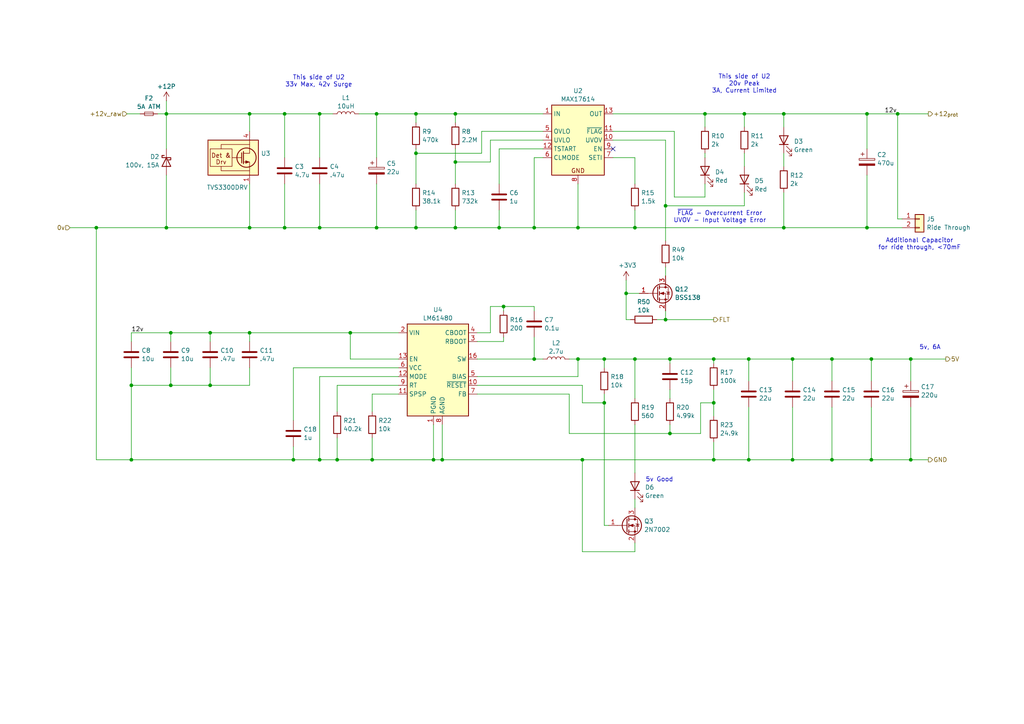
<source format=kicad_sch>
(kicad_sch (version 20231120) (generator "eeschema") (generator_version "8.0")
  (paper "A4")
  (title_block (title "PiDash HAT") (date "2024-04-06") (rev "A") (company "DMS"))
  (lib_symbols
    (symbol "Connector_Generic:Conn_01x02" (pin_names (offset 1.016) hide)
      (property "Reference" "J" (at 0 2.54 0))
      (property "Value" "Conn_01x02" (at 0 -5.08 0))
      (symbol "Conn_01x02_1_1"
        (rectangle (start -1.27 -2.413) (end 0 -2.667) (stroke (width 0.1524)))
        (rectangle (start -1.27 0.127) (end 0 -0.127) (stroke (width 0.1524)))
        (rectangle (start -1.27 1.27) (end 1.27 -3.81) (stroke (width 0.254)) (fill (type background)))
        (pin passive line (at -5.08 0 0) (length 3.81) (name "Pin_1") (number "1"))
        (pin passive line (at -5.08 -2.54 0) (length 3.81) (name "Pin_2") (number "2"))
      )
    )
    (symbol "Custom:LM61480"
      (property "Reference" "U" (at -7.62 8.89 0))
      (property "Value" "LM61480" (at 0 8.89 0))
      (symbol "LM61480_0_1"
        (rectangle (start -8.89 7.62) (end 8.89 -19.05) (stroke (width 0.254)) (fill (type background)))
      )
      (symbol "LM61480_1_0"
        (pin output line (at 11.43 -10.16 180) (length 2.54) (name "~{RESET}") (number "10"))
        (pin input line (at -11.43 -12.7 0) (length 2.54) (name "SPSP") (number "11"))
        (pin input line (at -11.43 -7.62 0) (length 2.54) (name "MODE") (number "12"))
        (pin input line (at -11.43 -2.54 0) (length 2.54) (name "EN") (number "13"))
        (pin power_in line (at -11.43 5.08 0) (length 2.54) hide (name "VIN") (number "14"))
        (pin power_in line (at -1.27 -21.59 90) (length 2.54) hide (name "PGND") (number "15"))
        (pin power_out line (at 11.43 -2.54 180) (length 2.54) (name "SW") (number "16"))
        (pin bidirectional line (at -11.43 -10.16 0) (length 2.54) (name "RT") (number "9"))
      )
      (symbol "LM61480_1_1"
        (pin power_in line (at -1.27 -21.59 90) (length 2.54) (name "PGND") (number "1"))
        (pin power_in line (at -11.43 5.08 0) (length 2.54) (name "VIN") (number "2"))
        (pin power_out line (at 11.43 2.54 180) (length 2.54) (name "RBOOT") (number "3"))
        (pin power_out line (at 11.43 5.08 180) (length 2.54) (name "CBOOT") (number "4"))
        (pin power_in line (at 11.43 -7.62 180) (length 2.54) (name "BIAS") (number "5"))
        (pin output line (at -11.43 -5.08 0) (length 2.54) (name "VCC") (number "6"))
        (pin input line (at 11.43 -12.7 180) (length 2.54) (name "FB") (number "7"))
        (pin power_out line (at 1.27 -21.59 90) (length 2.54) (name "AGND") (number "8"))
      )
    )
    (symbol "Custom:MAX17614"
      (property "Reference" "U" (at -6.985 11.43 0))
      (property "Value" "MAX17614" (at 2.794 11.684 0))
      (symbol "MAX17614_0_1"
        (rectangle (start -7.62 10.16) (end 7.62 -10.16) (stroke (width 0.254)) (fill (type background)))
      )
      (symbol "MAX17614_1_0"
        (pin power_in line (at -10.16 7.62 0) (length 2.54) hide (name "IN") (number "2"))
        (pin passive line (at 0 -12.7 90) (length 2.54) hide (name "EP") (number "21"))
        (pin power_in line (at -10.16 7.62 0) (length 2.54) hide (name "IN") (number "3"))
      )
      (symbol "MAX17614_1_1"
        (text "GND" (at 0 -8.89 0) (effects (font (size 1.27 1.27))))
        (pin power_in line (at -10.16 7.62 0) (length 2.54) (name "IN") (number "1"))
        (pin open_collector line (at 10.16 0 180) (length 2.54) (name "UVOV") (number "10"))
        (pin open_collector line (at 10.16 2.54 180) (length 2.54) (name "~{FLAG}") (number "11"))
        (pin passive line (at -10.16 -2.54 0) (length 2.54) (name "TSTART") (number "12"))
        (pin power_out line (at 10.16 7.62 180) (length 2.54) (name "OUT") (number "13"))
        (pin power_out line (at 10.16 7.62 180) (length 2.54) hide (name "OUT") (number "14"))
        (pin power_out line (at 10.16 7.62 180) (length 2.54) hide (name "OUT") (number "15"))
        (pin input line (at -10.16 0 0) (length 2.54) (name "UVLO") (number "4"))
        (pin input line (at -10.16 2.54 0) (length 2.54) (name "OVLO") (number "5"))
        (pin input line (at -10.16 -5.08 0) (length 2.54) (name "CLMODE") (number "6"))
        (pin passive line (at 10.16 -5.08 180) (length 2.54) (name "SETI") (number "7"))
        (pin power_in line (at 0 -12.7 90) (length 2.54) (name "~") (number "8"))
        (pin input line (at 10.16 -2.54 180) (length 2.54) (name "EN") (number "9"))
      )
    )
    (symbol "Device:C" (pin_numbers hide) (pin_names (offset 0.254))
      (property "Reference" "C" (at 0.635 2.54 0))
      (property "Value" "C" (at 0.635 -2.54 0))
      (symbol "C_0_1"
        (polyline (pts (xy -2.032 -0.762) (xy 2.032 -0.762)) (stroke (width 0.508)))
        (polyline (pts (xy -2.032 0.762) (xy 2.032 0.762)) (stroke (width 0.508)))
      )
      (symbol "C_1_1"
        (pin passive line (at 0 3.81 270) (length 2.794) (name "~") (number "1"))
        (pin passive line (at 0 -3.81 90) (length 2.794) (name "~") (number "2"))
      )
    )
    (symbol "Device:C_Polarized" (pin_numbers hide) (pin_names (offset 0.254))
      (property "Reference" "C" (at 0.635 2.54 0))
      (property "Value" "C_Polarized" (at 0.635 -2.54 0))
      (symbol "C_Polarized_0_1"
        (rectangle (start -2.286 0.508) (end 2.286 1.016))
        (polyline (pts (xy -1.778 2.286) (xy -0.762 2.286)))
        (polyline (pts (xy -1.27 2.794) (xy -1.27 1.778)))
        (rectangle (start 2.286 -0.508) (end -2.286 -1.016) (fill (type outline)))
      )
      (symbol "C_Polarized_1_1"
        (pin passive line (at 0 3.81 270) (length 2.794) (name "~") (number "1"))
        (pin passive line (at 0 -3.81 90) (length 2.794) (name "~") (number "2"))
      )
    )
    (symbol "Device:D_Schottky" (pin_numbers hide) (pin_names (offset 1.016) hide)
      (property "Reference" "D" (at 0 2.54 0))
      (property "Value" "D_Schottky" (at 0 -2.54 0))
      (symbol "D_Schottky_0_1"
        (polyline (pts (xy 1.27 0) (xy -1.27 0)))
        (polyline (pts (xy 1.27 1.27) (xy 1.27 -1.27) (xy -1.27 0) (xy 1.27 1.27)) (stroke (width 0.254)))
        (polyline (pts (xy -1.905 0.635) (xy -1.905 1.27) (xy -1.27 1.27) (xy -1.27 -1.27) (xy -0.635 -1.27) (xy -0.635 -0.635)) (stroke (width 0.254)))
      )
      (symbol "D_Schottky_1_1"
        (pin passive line (at -3.81 0 0) (length 2.54) (name "K") (number "1"))
        (pin passive line (at 3.81 0 180) (length 2.54) (name "A") (number "2"))
      )
    )
    (symbol "Device:Fuse_Small" (pin_numbers hide) (pin_names (offset 0.254) hide)
      (property "Reference" "F" (at 0 -1.524 0))
      (property "Value" "Fuse_Small" (at 0 1.524 0))
      (symbol "Fuse_Small_0_1"
        (rectangle (start -1.27 0.508) (end 1.27 -0.508))
        (polyline (pts (xy -1.27 0) (xy 1.27 0)))
      )
      (symbol "Fuse_Small_1_1"
        (pin passive line (at -2.54 0 0) (length 1.27) (name "~") (number "1"))
        (pin passive line (at 2.54 0 180) (length 1.27) (name "~") (number "2"))
      )
    )
    (symbol "Device:L" (pin_numbers hide) (pin_names (offset 1.016) hide)
      (property "Reference" "L" (at -1.27 0 90))
      (property "Value" "L" (at 1.905 0 90))
      (symbol "L_0_1"
        (arc (start 0 -2.54) (mid 0.6323 -1.905) (end 0 -1.27))
        (arc (start 0 -1.27) (mid 0.6323 -0.635) (end 0 0))
        (arc (start 0 0) (mid 0.6323 0.635) (end 0 1.27))
        (arc (start 0 1.27) (mid 0.6323 1.905) (end 0 2.54))
      )
      (symbol "L_1_1"
        (pin passive line (at 0 3.81 270) (length 1.27) (name "1") (number "1"))
        (pin passive line (at 0 -3.81 90) (length 1.27) (name "2") (number "2"))
      )
    )
    (symbol "Device:LED" (pin_numbers hide) (pin_names (offset 1.016) hide)
      (property "Reference" "D" (at 0 2.54 0))
      (property "Value" "LED" (at 0 -2.54 0))
      (symbol "LED_0_1"
        (polyline (pts (xy -1.27 -1.27) (xy -1.27 1.27)) (stroke (width 0.254)))
        (polyline (pts (xy -1.27 0) (xy 1.27 0)))
        (polyline (pts (xy 1.27 -1.27) (xy 1.27 1.27) (xy -1.27 0) (xy 1.27 -1.27)) (stroke (width 0.254)))
        (polyline (pts (xy -3.048 -0.762) (xy -4.572 -2.286) (xy -3.81 -2.286) (xy -4.572 -2.286) (xy -4.572 -1.524)))
        (polyline (pts (xy -1.778 -0.762) (xy -3.302 -2.286) (xy -2.54 -2.286) (xy -3.302 -2.286) (xy -3.302 -1.524)))
      )
      (symbol "LED_1_1"
        (pin passive line (at -3.81 0 0) (length 2.54) (name "K") (number "1"))
        (pin passive line (at 3.81 0 180) (length 2.54) (name "A") (number "2"))
      )
    )
    (symbol "Device:R" (pin_numbers hide) (pin_names (offset 0))
      (property "Reference" "R" (at 2.032 0 90))
      (property "Value" "R" (at 0 0 90))
      (symbol "R_0_1"
        (rectangle (start -1.016 -2.54) (end 1.016 2.54) (stroke (width 0.254)))
      )
      (symbol "R_1_1"
        (pin passive line (at 0 3.81 270) (length 1.27) (name "~") (number "1"))
        (pin passive line (at 0 -3.81 90) (length 1.27) (name "~") (number "2"))
      )
    )
    (symbol "Power_Protection:TVS3300DRV" (pin_names (offset 0) hide)
      (property "Reference" "U" (at 2.54 1.27 0))
      (property "Value" "TVS3300DRV" (at 2.54 -1.27 0))
      (symbol "TVS3300DRV_0_0"
        (rectangle (start -11.43 2.54) (end -5.08 -2.54))
        (polyline (pts (xy 0 1.27) (xy -1.778 1.27)))
        (polyline (pts (xy -8.255 -2.54) (xy -8.255 -3.81) (xy 0 -3.81)))
        (polyline (pts (xy -8.255 2.54) (xy -8.255 3.81) (xy 0 3.81)))
        (text "Det &" (at -8.255 0.635 0) (effects (font (size 1.27 1.27))))
        (text "Drv" (at -8.255 -1.27 0) (effects (font (size 1.27 1.27))))
      )
      (symbol "TVS3300DRV_0_1"
        (rectangle (start -12.065 5.08) (end 2.54 -5.08) (stroke (width 0.254)) (fill (type background)))
        (circle (center -0.889 0) (radius 2.794) (stroke (width 0.254)))
        (polyline (pts (xy -2.286 0) (xy -5.08 0)))
        (polyline (pts (xy -2.286 1.397) (xy -2.286 -1.524)) (stroke (width 0.254)))
        (polyline (pts (xy -1.778 1.778) (xy -1.778 -1.778)) (stroke (width 0.254)))
        (polyline (pts (xy 0 -2.54) (xy 0 -5.08)))
        (polyline (pts (xy 0 2.54) (xy 0 1.27)))
        (polyline (pts (xy 0 5.08) (xy 0 2.54)))
        (polyline (pts (xy 0 -2.54) (xy 0 -1.27) (xy -1.778 -1.27)))
        (polyline (pts (xy -0.127 -1.27) (xy -1.143 -1.651) (xy -1.143 -0.889) (xy -0.127 -1.27)) (fill (type outline)))
      )
      (symbol "TVS3300DRV_1_1"
        (pin power_in line (at 0 -7.62 90) (length 2.54) (name "GND") (number "1"))
        (pin passive line (at 0 -7.62 90) (length 2.54) hide (name "GND") (number "2"))
        (pin passive line (at 0 -7.62 90) (length 2.54) hide (name "GND") (number "3"))
        (pin passive line (at 0 7.62 270) (length 2.54) (name "IN") (number "4"))
        (pin passive line (at 0 7.62 270) (length 2.54) hide (name "IN") (number "5"))
        (pin passive line (at 0 7.62 270) (length 2.54) hide (name "IN") (number "6"))
        (pin passive line (at 0 -7.62 90) (length 2.54) hide (name "GND") (number "7"))
      )
    )
    (symbol "Transistor_FET:2N7002" (pin_names hide)
      (property "Reference" "Q" (at 5.08 1.905 0))
      (property "Value" "2N7002" (at 5.08 0 0))
      (symbol "2N7002_0_1"
        (polyline (pts (xy 0.254 0) (xy -2.54 0)))
        (polyline (pts (xy 0.254 1.905) (xy 0.254 -1.905)) (stroke (width 0.254)))
        (polyline (pts (xy 0.762 -1.27) (xy 0.762 -2.286)) (stroke (width 0.254)))
        (polyline (pts (xy 0.762 0.508) (xy 0.762 -0.508)) (stroke (width 0.254)))
        (polyline (pts (xy 0.762 2.286) (xy 0.762 1.27)) (stroke (width 0.254)))
        (polyline (pts (xy 2.54 2.54) (xy 2.54 1.778)))
        (polyline (pts (xy 2.54 -2.54) (xy 2.54 0) (xy 0.762 0)))
        (polyline (pts (xy 0.762 -1.778) (xy 3.302 -1.778) (xy 3.302 1.778) (xy 0.762 1.778)))
        (polyline (pts (xy 1.016 0) (xy 2.032 0.381) (xy 2.032 -0.381) (xy 1.016 0)) (fill (type outline)))
        (polyline (pts (xy 2.794 0.508) (xy 2.921 0.381) (xy 3.683 0.381) (xy 3.81 0.254)))
        (polyline (pts (xy 3.302 0.381) (xy 2.921 -0.254) (xy 3.683 -0.254) (xy 3.302 0.381)))
        (circle (center 1.651 0) (radius 2.794) (stroke (width 0.254)))
        (circle (center 2.54 -1.778) (radius 0.254) (fill (type outline)))
        (circle (center 2.54 1.778) (radius 0.254) (fill (type outline)))
      )
      (symbol "2N7002_1_1"
        (pin input line (at -5.08 0 0) (length 2.54) (name "G") (number "1"))
        (pin passive line (at 2.54 -5.08 90) (length 2.54) (name "S") (number "2"))
        (pin passive line (at 2.54 5.08 270) (length 2.54) (name "D") (number "3"))
      )
    )
    (symbol "Transistor_FET:BSS138" (pin_names hide)
      (property "Reference" "Q" (at 5.08 1.905 0))
      (property "Value" "BSS138" (at 5.08 0 0))
      (symbol "BSS138_0_1"
        (polyline (pts (xy 0.254 0) (xy -2.54 0)))
        (polyline (pts (xy 0.254 1.905) (xy 0.254 -1.905)) (stroke (width 0.254)))
        (polyline (pts (xy 0.762 -1.27) (xy 0.762 -2.286)) (stroke (width 0.254)))
        (polyline (pts (xy 0.762 0.508) (xy 0.762 -0.508)) (stroke (width 0.254)))
        (polyline (pts (xy 0.762 2.286) (xy 0.762 1.27)) (stroke (width 0.254)))
        (polyline (pts (xy 2.54 2.54) (xy 2.54 1.778)))
        (polyline (pts (xy 2.54 -2.54) (xy 2.54 0) (xy 0.762 0)))
        (polyline (pts (xy 0.762 -1.778) (xy 3.302 -1.778) (xy 3.302 1.778) (xy 0.762 1.778)))
        (polyline (pts (xy 1.016 0) (xy 2.032 0.381) (xy 2.032 -0.381) (xy 1.016 0)) (fill (type outline)))
        (polyline (pts (xy 2.794 0.508) (xy 2.921 0.381) (xy 3.683 0.381) (xy 3.81 0.254)))
        (polyline (pts (xy 3.302 0.381) (xy 2.921 -0.254) (xy 3.683 -0.254) (xy 3.302 0.381)))
        (circle (center 1.651 0) (radius 2.794) (stroke (width 0.254)))
        (circle (center 2.54 -1.778) (radius 0.254) (fill (type outline)))
        (circle (center 2.54 1.778) (radius 0.254) (fill (type outline)))
      )
      (symbol "BSS138_1_1"
        (pin input line (at -5.08 0 0) (length 2.54) (name "G") (number "1"))
        (pin passive line (at 2.54 -5.08 90) (length 2.54) (name "S") (number "2"))
        (pin passive line (at 2.54 5.08 270) (length 2.54) (name "D") (number "3"))
      )
    )
    (symbol "power:+12P" (power) (pin_numbers hide) (pin_names (offset 0) hide)
      (property "Value" "+12P" (at 0 3.556 0))
      (symbol "+12P_0_1"
        (polyline (pts (xy -0.762 1.27) (xy 0 2.54)))
        (polyline (pts (xy 0 0) (xy 0 2.54)))
        (polyline (pts (xy 0 2.54) (xy 0.762 1.27)))
      )
      (symbol "+12P_1_1"
        (pin power_in line (at 0 0 90) (length 0) (name "~") (number "1"))
      )
    )
    (symbol "power:+3.3V" (power) (pin_numbers hide) (pin_names (offset 0) hide)
      (property "Value" "+3.3V" (at 0 3.556 0))
      (symbol "+3.3V_0_1"
        (polyline (pts (xy -0.762 1.27) (xy 0 2.54)))
        (polyline (pts (xy 0 0) (xy 0 2.54)))
        (polyline (pts (xy 0 2.54) (xy 0.762 1.27)))
      )
      (symbol "+3.3V_1_1"
        (pin power_in line (at 0 0 90) (length 0) (name "~") (number "1"))
      )
    )
  )
  (junction (at 207.01 116.84))
  (junction (at 184.15 104.14))
  (junction (at 204.47 33.02))
  (junction (at 207.01 104.14))
  (junction (at 132.08 66.04))
  (junction (at 128.27 133.35))
  (junction (at 184.15 66.04))
  (junction (at 264.16 133.35))
  (junction (at 167.64 104.14))
  (junction (at 82.55 33.02))
  (junction (at 146.05 88.9))
  (junction (at 175.26 104.14))
  (junction (at 85.09 133.35))
  (junction (at 260.35 33.02))
  (junction (at 107.95 133.35))
  (junction (at 72.39 33.02))
  (junction (at 217.17 133.35))
  (junction (at 241.3 133.35))
  (junction (at 109.22 66.04))
  (junction (at 252.73 133.35))
  (junction (at 251.46 66.04))
  (junction (at 60.96 96.52))
  (junction (at 82.55 66.04))
  (junction (at 109.22 33.02))
  (junction (at 92.71 133.35))
  (junction (at 101.6 96.52))
  (junction (at 193.04 59.69))
  (junction (at 193.04 92.71))
  (junction (at 120.65 66.04))
  (junction (at 120.65 44.45))
  (junction (at 252.73 104.14))
  (junction (at 120.65 33.02))
  (junction (at 48.26 33.02))
  (junction (at 181.61 85.09))
  (junction (at 154.94 66.04))
  (junction (at 144.78 66.04))
  (junction (at 251.46 33.02))
  (junction (at 27.94 66.04))
  (junction (at 38.1 133.35))
  (junction (at 167.64 66.04))
  (junction (at 72.39 66.04))
  (junction (at 49.53 111.76))
  (junction (at 217.17 104.14))
  (junction (at 48.26 66.04))
  (junction (at 60.96 111.76))
  (junction (at 194.31 104.14))
  (junction (at 97.79 133.35))
  (junction (at 207.01 133.35))
  (junction (at 72.39 96.52))
  (junction (at 132.08 33.02))
  (junction (at 227.33 33.02))
  (junction (at 227.33 66.04))
  (junction (at 38.1 111.76))
  (junction (at 229.87 104.14))
  (junction (at 125.73 133.35))
  (junction (at 154.94 104.14))
  (junction (at 92.71 66.04))
  (junction (at 215.9 33.02))
  (junction (at 241.3 104.14))
  (junction (at 92.71 33.02))
  (junction (at 229.87 133.35))
  (junction (at 175.26 116.84))
  (junction (at 49.53 96.52))
  (junction (at 168.91 133.35))
  (junction (at 264.16 104.14))
  (junction (at 194.31 125.73))
  (junction (at 132.08 46.99))
  (no_connect (at 177.8 43.18))
  (wire (pts (xy 38.1 96.52) (xy 38.1 99.06)))
  (wire (pts (xy 154.94 104.14) (xy 154.94 97.79)))
  (wire (pts (xy 138.43 111.76) (xy 168.91 111.76)))
  (wire (pts (xy 194.31 113.03) (xy 194.31 115.57)))
  (wire (pts (xy 177.8 45.72) (xy 184.15 45.72)))
  (wire (pts (xy 107.95 127) (xy 107.95 133.35)))
  (wire (pts (xy 72.39 111.76) (xy 60.96 111.76)))
  (wire (pts (xy 48.26 66.04) (xy 72.39 66.04)))
  (wire (pts (xy 154.94 45.72) (xy 154.94 66.04)))
  (wire (pts (xy 229.87 133.35) (xy 241.3 133.35)))
  (wire (pts (xy 204.47 53.34) (xy 204.47 57.15)))
  (wire (pts (xy 181.61 81.28) (xy 181.61 85.09)))
  (wire (pts (xy 109.22 66.04) (xy 120.65 66.04)))
  (wire (pts (xy 260.35 33.02) (xy 251.46 33.02)))
  (wire (pts (xy 138.43 109.22) (xy 167.64 109.22)))
  (wire (pts (xy 167.64 104.14) (xy 175.26 104.14)))
  (wire (pts (xy 60.96 106.68) (xy 60.96 111.76)))
  (wire (pts (xy 182.88 92.71) (xy 181.61 92.71)))
  (wire (pts (xy 72.39 106.68) (xy 72.39 111.76)))
  (wire (pts (xy 38.1 106.68) (xy 38.1 111.76)))
  (wire (pts (xy 139.7 38.1) (xy 157.48 38.1)))
  (wire (pts (xy 72.39 33.02) (xy 82.55 33.02)))
  (wire (pts (xy 92.71 66.04) (xy 109.22 66.04)))
  (wire (pts (xy 241.3 118.11) (xy 241.3 133.35)))
  (wire (pts (xy 181.61 85.09) (xy 185.42 85.09)))
  (wire (pts (xy 204.47 44.45) (xy 204.47 45.72)))
  (wire (pts (xy 38.1 133.35) (xy 27.94 133.35)))
  (wire (pts (xy 146.05 88.9) (xy 154.94 88.9)))
  (wire (pts (xy 144.78 60.96) (xy 144.78 66.04)))
  (wire (pts (xy 241.3 110.49) (xy 241.3 104.14)))
  (wire (pts (xy 125.73 123.19) (xy 125.73 133.35)))
  (wire (pts (xy 132.08 46.99) (xy 132.08 53.34)))
  (wire (pts (xy 142.24 40.64) (xy 157.48 40.64)))
  (wire (pts (xy 154.94 88.9) (xy 154.94 90.17)))
  (wire (pts (xy 154.94 104.14) (xy 157.48 104.14)))
  (wire (pts (xy 184.15 104.14) (xy 194.31 104.14)))
  (wire (pts (xy 36.83 33.02) (xy 40.64 33.02)))
  (wire (pts (xy 204.47 33.02) (xy 215.9 33.02)))
  (wire (pts (xy 229.87 133.35) (xy 217.17 133.35)))
  (wire (pts (xy 204.47 57.15) (xy 195.58 57.15)))
  (wire (pts (xy 38.1 133.35) (xy 85.09 133.35)))
  (wire (pts (xy 48.26 50.8) (xy 48.26 66.04)))
  (wire (pts (xy 241.3 133.35) (xy 252.73 133.35)))
  (wire (pts (xy 251.46 50.8) (xy 251.46 66.04)))
  (wire (pts (xy 252.73 118.11) (xy 252.73 133.35)))
  (wire (pts (xy 194.31 104.14) (xy 207.01 104.14)))
  (wire (pts (xy 264.16 104.14) (xy 274.32 104.14)))
  (wire (pts (xy 92.71 66.04) (xy 82.55 66.04)))
  (wire (pts (xy 175.26 104.14) (xy 175.26 106.68)))
  (wire (pts (xy 132.08 33.02) (xy 132.08 35.56)))
  (wire (pts (xy 157.48 45.72) (xy 154.94 45.72)))
  (wire (pts (xy 138.43 104.14) (xy 154.94 104.14)))
  (wire (pts (xy 193.04 59.69) (xy 215.9 59.69)))
  (wire (pts (xy 207.01 133.35) (xy 217.17 133.35)))
  (wire (pts (xy 195.58 38.1) (xy 177.8 38.1)))
  (wire (pts (xy 109.22 53.34) (xy 109.22 66.04)))
  (wire (pts (xy 175.26 104.14) (xy 184.15 104.14)))
  (wire (pts (xy 190.5 92.71) (xy 193.04 92.71)))
  (wire (pts (xy 154.94 66.04) (xy 167.64 66.04)))
  (wire (pts (xy 215.9 44.45) (xy 215.9 48.26)))
  (wire (pts (xy 101.6 104.14) (xy 101.6 96.52)))
  (wire (pts (xy 115.57 96.52) (xy 101.6 96.52)))
  (wire (pts (xy 27.94 133.35) (xy 27.94 66.04)))
  (wire (pts (xy 227.33 44.45) (xy 227.33 48.26)))
  (wire (pts (xy 207.01 116.84) (xy 203.2 116.84)))
  (wire (pts (xy 167.64 109.22) (xy 167.64 104.14)))
  (wire (pts (xy 109.22 33.02) (xy 120.65 33.02)))
  (wire (pts (xy 217.17 104.14) (xy 217.17 110.49)))
  (wire (pts (xy 227.33 33.02) (xy 227.33 36.83)))
  (wire (pts (xy 204.47 33.02) (xy 204.47 36.83)))
  (wire (pts (xy 194.31 125.73) (xy 165.1 125.73)))
  (wire (pts (xy 92.71 109.22) (xy 92.71 133.35)))
  (wire (pts (xy 184.15 157.48) (xy 184.15 160.02)))
  (wire (pts (xy 165.1 125.73) (xy 165.1 114.3)))
  (wire (pts (xy 184.15 160.02) (xy 168.91 160.02)))
  (wire (pts (xy 252.73 133.35) (xy 264.16 133.35)))
  (wire (pts (xy 165.1 104.14) (xy 167.64 104.14)))
  (wire (pts (xy 181.61 85.09) (xy 181.61 92.71)))
  (wire (pts (xy 92.71 33.02) (xy 92.71 45.72)))
  (wire (pts (xy 217.17 133.35) (xy 217.17 118.11)))
  (wire (pts (xy 49.53 111.76) (xy 38.1 111.76)))
  (wire (pts (xy 101.6 96.52) (xy 72.39 96.52)))
  (wire (pts (xy 120.65 66.04) (xy 132.08 66.04)))
  (wire (pts (xy 175.26 116.84) (xy 175.26 114.3)))
  (wire (pts (xy 85.09 106.68) (xy 115.57 106.68)))
  (wire (pts (xy 115.57 104.14) (xy 101.6 104.14)))
  (wire (pts (xy 104.14 33.02) (xy 109.22 33.02)))
  (wire (pts (xy 97.79 111.76) (xy 97.79 119.38)))
  (wire (pts (xy 252.73 104.14) (xy 264.16 104.14)))
  (wire (pts (xy 97.79 127) (xy 97.79 133.35)))
  (wire (pts (xy 177.8 40.64) (xy 193.04 40.64)))
  (wire (pts (xy 229.87 118.11) (xy 229.87 133.35)))
  (wire (pts (xy 82.55 53.34) (xy 82.55 66.04)))
  (wire (pts (xy 60.96 96.52) (xy 49.53 96.52)))
  (wire (pts (xy 49.53 96.52) (xy 38.1 96.52)))
  (wire (pts (xy 261.62 63.5) (xy 260.35 63.5)))
  (wire (pts (xy 264.16 118.11) (xy 264.16 133.35)))
  (wire (pts (xy 132.08 60.96) (xy 132.08 66.04)))
  (wire (pts (xy 142.24 96.52) (xy 142.24 88.9)))
  (wire (pts (xy 142.24 40.64) (xy 142.24 46.99)))
  (wire (pts (xy 120.65 43.18) (xy 120.65 44.45)))
  (wire (pts (xy 38.1 111.76) (xy 38.1 133.35)))
  (wire (pts (xy 109.22 33.02) (xy 109.22 45.72)))
  (wire (pts (xy 168.91 116.84) (xy 175.26 116.84)))
  (wire (pts (xy 260.35 63.5) (xy 260.35 33.02)))
  (wire (pts (xy 207.01 128.27) (xy 207.01 133.35)))
  (wire (pts (xy 82.55 33.02) (xy 82.55 45.72)))
  (wire (pts (xy 48.26 33.02) (xy 48.26 43.18)))
  (wire (pts (xy 193.04 92.71) (xy 207.01 92.71)))
  (wire (pts (xy 264.16 110.49) (xy 264.16 104.14)))
  (wire (pts (xy 92.71 53.34) (xy 92.71 66.04)))
  (wire (pts (xy 97.79 133.35) (xy 107.95 133.35)))
  (wire (pts (xy 92.71 33.02) (xy 96.52 33.02)))
  (wire (pts (xy 85.09 106.68) (xy 85.09 121.92)))
  (wire (pts (xy 251.46 43.18) (xy 251.46 33.02)))
  (wire (pts (xy 264.16 133.35) (xy 269.24 133.35)))
  (wire (pts (xy 193.04 92.71) (xy 193.04 90.17)))
  (wire (pts (xy 203.2 125.73) (xy 194.31 125.73)))
  (wire (pts (xy 146.05 99.06) (xy 146.05 97.79)))
  (wire (pts (xy 60.96 111.76) (xy 49.53 111.76)))
  (wire (pts (xy 215.9 33.02) (xy 227.33 33.02)))
  (wire (pts (xy 128.27 123.19) (xy 128.27 133.35)))
  (wire (pts (xy 132.08 43.18) (xy 132.08 46.99)))
  (wire (pts (xy 207.01 116.84) (xy 207.01 120.65)))
  (wire (pts (xy 194.31 123.19) (xy 194.31 125.73)))
  (wire (pts (xy 229.87 104.14) (xy 241.3 104.14)))
  (wire (pts (xy 184.15 144.78) (xy 184.15 147.32)))
  (wire (pts (xy 144.78 43.18) (xy 157.48 43.18)))
  (wire (pts (xy 132.08 33.02) (xy 157.48 33.02)))
  (wire (pts (xy 132.08 66.04) (xy 144.78 66.04)))
  (wire (pts (xy 229.87 110.49) (xy 229.87 104.14)))
  (wire (pts (xy 184.15 104.14) (xy 184.15 115.57)))
  (wire (pts (xy 120.65 33.02) (xy 132.08 33.02)))
  (wire (pts (xy 49.53 96.52) (xy 49.53 99.06)))
  (wire (pts (xy 251.46 66.04) (xy 261.62 66.04)))
  (wire (pts (xy 139.7 38.1) (xy 139.7 44.45)))
  (wire (pts (xy 120.65 33.02) (xy 120.65 35.56)))
  (wire (pts (xy 27.94 66.04) (xy 48.26 66.04)))
  (wire (pts (xy 260.35 33.02) (xy 269.24 33.02)))
  (wire (pts (xy 168.91 160.02) (xy 168.91 133.35)))
  (wire (pts (xy 207.01 104.14) (xy 207.01 105.41)))
  (wire (pts (xy 184.15 123.19) (xy 184.15 137.16)))
  (wire (pts (xy 193.04 59.69) (xy 193.04 69.85)))
  (wire (pts (xy 72.39 96.52) (xy 60.96 96.52)))
  (wire (pts (xy 139.7 44.45) (xy 120.65 44.45)))
  (wire (pts (xy 115.57 111.76) (xy 97.79 111.76)))
  (wire (pts (xy 138.43 96.52) (xy 142.24 96.52)))
  (wire (pts (xy 20.32 66.04) (xy 27.94 66.04)))
  (wire (pts (xy 72.39 96.52) (xy 72.39 99.06)))
  (wire (pts (xy 120.65 60.96) (xy 120.65 66.04)))
  (wire (pts (xy 85.09 129.54) (xy 85.09 133.35)))
  (wire (pts (xy 227.33 55.88) (xy 227.33 66.04)))
  (wire (pts (xy 193.04 40.64) (xy 193.04 59.69)))
  (wire (pts (xy 49.53 106.68) (xy 49.53 111.76)))
  (wire (pts (xy 215.9 55.88) (xy 215.9 59.69)))
  (wire (pts (xy 168.91 133.35) (xy 207.01 133.35)))
  (wire (pts (xy 194.31 104.14) (xy 194.31 105.41)))
  (wire (pts (xy 227.33 66.04) (xy 251.46 66.04)))
  (wire (pts (xy 107.95 114.3) (xy 107.95 119.38)))
  (wire (pts (xy 144.78 43.18) (xy 144.78 53.34)))
  (wire (pts (xy 92.71 33.02) (xy 82.55 33.02)))
  (wire (pts (xy 128.27 133.35) (xy 168.91 133.35)))
  (wire (pts (xy 168.91 111.76) (xy 168.91 116.84)))
  (wire (pts (xy 195.58 57.15) (xy 195.58 38.1)))
  (wire (pts (xy 48.26 29.21) (xy 48.26 33.02)))
  (wire (pts (xy 229.87 104.14) (xy 217.17 104.14)))
  (wire (pts (xy 227.33 33.02) (xy 251.46 33.02)))
  (wire (pts (xy 207.01 104.14) (xy 217.17 104.14)))
  (wire (pts (xy 207.01 113.03) (xy 207.01 116.84)))
  (wire (pts (xy 241.3 104.14) (xy 252.73 104.14)))
  (wire (pts (xy 72.39 66.04) (xy 82.55 66.04)))
  (wire (pts (xy 177.8 33.02) (xy 204.47 33.02)))
  (wire (pts (xy 85.09 133.35) (xy 92.71 133.35)))
  (wire (pts (xy 48.26 33.02) (xy 72.39 33.02)))
  (wire (pts (xy 92.71 109.22) (xy 115.57 109.22)))
  (wire (pts (xy 72.39 33.02) (xy 72.39 38.1)))
  (wire (pts (xy 184.15 66.04) (xy 184.15 60.96)))
  (wire (pts (xy 138.43 99.06) (xy 146.05 99.06)))
  (wire (pts (xy 215.9 33.02) (xy 215.9 36.83)))
  (wire (pts (xy 193.04 77.47) (xy 193.04 80.01)))
  (wire (pts (xy 167.64 66.04) (xy 184.15 66.04)))
  (wire (pts (xy 72.39 53.34) (xy 72.39 66.04)))
  (wire (pts (xy 120.65 44.45) (xy 120.65 53.34)))
  (wire (pts (xy 175.26 152.4) (xy 176.53 152.4)))
  (wire (pts (xy 203.2 116.84) (xy 203.2 125.73)))
  (wire (pts (xy 144.78 66.04) (xy 154.94 66.04)))
  (wire (pts (xy 146.05 88.9) (xy 146.05 90.17)))
  (wire (pts (xy 165.1 114.3) (xy 138.43 114.3)))
  (wire (pts (xy 175.26 116.84) (xy 175.26 152.4)))
  (wire (pts (xy 92.71 133.35) (xy 97.79 133.35)))
  (wire (pts (xy 125.73 133.35) (xy 128.27 133.35)))
  (wire (pts (xy 45.72 33.02) (xy 48.26 33.02)))
  (wire (pts (xy 167.64 53.34) (xy 167.64 66.04)))
  (wire (pts (xy 184.15 45.72) (xy 184.15 53.34)))
  (wire (pts (xy 252.73 110.49) (xy 252.73 104.14)))
  (wire (pts (xy 142.24 88.9) (xy 146.05 88.9)))
  (wire (pts (xy 60.96 96.52) (xy 60.96 99.06)))
  (wire (pts (xy 115.57 114.3) (xy 107.95 114.3)))
  (wire (pts (xy 184.15 66.04) (xy 227.33 66.04)))
  (wire (pts (xy 107.95 133.35) (xy 125.73 133.35)))
  (wire (pts (xy 142.24 46.99) (xy 132.08 46.99)))
  (text "This side of U2\n33v Max, 42v Surge" (at 92.456 23.622 0) (effects (font (size 1.27 1.27))))
  (text "5v, 6A" (at 269.748 100.838 0) (effects (font (size 1.27 1.27))))
  (text "Additional Capacitor\nfor ride through, <70mF" (at 266.7 70.866 0) (effects (font (size 1.27 1.27))))
  (text "This side of U2\n20v Peak\n3A, Current Limited" (at 215.9 24.384 0) (effects (font (size 1.27 1.27))))
  (text "~{FLAG} - Overcurrent Error\nUVOV - Input Voltage Error" (at 208.788 62.992 0) (effects (font (size 1.27 1.27))))
  (text "5v Good" (at 191.262 139.192 0) (effects (font (size 1.27 1.27))))
  (label "12v" (at 256.54 33.02 0))
  (label "12v" (at 38.1 96.52 0))
  (hierarchical_label "GND" (shape output) (at 269.24 133.35 0))
  (hierarchical_label "FLT" (shape output) (at 207.01 92.71 0))
  (hierarchical_label "+12v_raw" (shape input) (at 36.83 33.02 180))
  (hierarchical_label "0v" (shape input) (at 20.32 66.04 180))
  (hierarchical_label "+12_{prot}" (shape output) (at 269.24 33.02 0))
  (hierarchical_label "5V" (shape output) (at 274.32 104.14 0))
  (symbol (lib_id "Device:R") (at 120.65 57.15 0) (unit 1)
    (property "Reference" "R14" (at 122.428 55.9378 0) (effects (justify left)))
    (property "Value" "38.1k" (at 122.428 58.3621 0) (effects (justify left)))
    (property "Footprint" "Resistor_SMD:R_0603_1608Metric" (effects (hide yes)))
    (property "Description" "Resistor" (effects (hide yes)))
  )
  (symbol (lib_id "Device:C_Polarized") (at 251.46 46.99 0) (unit 1)
    (property "Reference" "C2" (at 254.381 44.8888 0) (effects (justify left)))
    (property "Value" "470u" (at 254.381 47.3131 0) (effects (justify left)))
    (property "Footprint" "Capacitor_THT:CP_Radial_D8.0mm_P3.50mm" (effects (hide yes)))
    (property "Description" "Polarized capacitor" (effects (hide yes)))
    (property "Mfg Part Number" "EEU-FR1C471" (effects (hide yes)))
  )
  (symbol (lib_id "Device:LED") (at 215.9 52.07 90) (unit 1)
    (property "Reference" "D5" (at 218.821 52.4453 90) (effects (justify right)))
    (property "Value" "Red" (at 218.821 54.8696 90) (effects (justify right)))
    (property "Footprint" "LED_SMD:LED_0603_1608Metric" (effects (hide yes)))
    (property "Description" "Light emitting diode" (effects (hide yes)))
    (property "Mfg Part Number" " HSMS-C190" (effects (hide yes)))
  )
  (symbol (lib_id "Connector_Generic:Conn_01x02") (at 266.7 63.5 0) (unit 1)
    (property "Reference" "J5" (at 268.732 63.5578 0) (effects (justify left)))
    (property "Value" "Ride Through" (at 268.732 65.9821 0) (effects (justify left)))
    (property "Footprint" "Connector_JST:JST_PH_B2B-PH-K_1x02_P2.00mm_Vertical" (effects (hide yes)))
    (property "Description" "Generic connector, single row, 01x02, script generated (kicad-library-utils/schlib/autogen/connector/)" (effects (hide yes)))
    (property "Mfg Part Number" "--" (effects (hide yes)))
  )
  (symbol (lib_id "power:+3.3V") (at 181.61 81.28 0) (unit 1)
    (property "Reference" "#PWR061" (effects (hide yes)))
    (property "Value" "+3V3" (at 181.9783 76.9556 0))
  )
  (symbol (lib_id "Device:LED") (at 184.15 140.97 90) (unit 1)
    (property "Reference" "D6" (at 187.071 141.3453 90) (effects (justify right)))
    (property "Value" "Green" (at 187.071 143.7696 90) (effects (justify right)))
    (property "Footprint" "LED_SMD:LED_0603_1608Metric" (effects (hide yes)))
    (property "Description" "Light emitting diode" (effects (hide yes)))
    (property "Mfg Part Number" " HSMG-C190" (effects (hide yes)))
  )
  (symbol (lib_id "Device:R") (at 175.26 110.49 0) (unit 1)
    (property "Reference" "R18" (at 177.038 109.2778 0) (effects (justify left)))
    (property "Value" "10k" (at 177.038 111.7021 0) (effects (justify left)))
    (property "Footprint" "Resistor_SMD:R_0603_1608Metric" (effects (hide yes)))
    (property "Description" "Resistor" (effects (hide yes)))
  )
  (symbol (lib_id "Device:R") (at 215.9 40.64 0) (unit 1)
    (property "Reference" "R11" (at 217.678 39.4278 0) (effects (justify left)))
    (property "Value" "2k" (at 217.678 41.8521 0) (effects (justify left)))
    (property "Footprint" "Resistor_SMD:R_0603_1608Metric" (effects (hide yes)))
    (property "Description" "Resistor" (effects (hide yes)))
  )
  (symbol (lib_id "Device:C") (at 144.78 57.15 0) (unit 1)
    (property "Reference" "C6" (at 147.701 55.9378 0) (effects (justify left)))
    (property "Value" "1u" (at 147.701 58.3621 0) (effects (justify left)))
    (property "Footprint" "Capacitor_SMD:C_0603_1608Metric" (effects (hide yes)))
    (property "Description" "Unpolarized capacitor" (effects (hide yes)))
    (property "Mfg Part Number" "06035C104K4Z2A" (effects (hide yes)))
  )
  (symbol (lib_id "Device:R") (at 132.08 57.15 0) (unit 1)
    (property "Reference" "R13" (at 133.858 55.9378 0) (effects (justify left)))
    (property "Value" "732k" (at 133.858 58.3621 0) (effects (justify left)))
    (property "Footprint" "Resistor_SMD:R_0603_1608Metric" (effects (hide yes)))
    (property "Description" "Resistor" (effects (hide yes)))
  )
  (symbol (lib_id "Device:Fuse_Small") (at 43.18 33.02 0) (unit 1)
    (property "Reference" "F2" (at 43.18 28.4945 0))
    (property "Value" "5A ATM" (at 43.18 30.9188 0))
    (property "Footprint" "Fuse:Fuseholder_Blade_Mini_Keystone_3568" (effects (hide yes)))
    (property "Description" "Fuse, small symbol" (effects (hide yes)))
    (property "Mfg Part Number" "3568" (effects (hide yes)))
  )
  (symbol (lib_id "Device:C") (at 217.17 114.3 0) (unit 1)
    (property "Reference" "C13" (at 220.091 113.0878 0) (effects (justify left)))
    (property "Value" "22u" (at 220.091 115.5121 0) (effects (justify left)))
    (property "Footprint" "Capacitor_SMD:C_1210_3225Metric" (effects (hide yes)))
    (property "Description" "Unpolarized capacitor" (effects (hide yes)))
    (property "Mfg Part Number" "CGA6P3X7R1E226M250AE" (effects (hide yes)))
  )
  (symbol (lib_id "Device:R") (at 207.01 124.46 0) (unit 1)
    (property "Reference" "R23" (at 208.788 123.2478 0) (effects (justify left)))
    (property "Value" "24.9k" (at 208.788 125.6721 0) (effects (justify left)))
    (property "Footprint" "Resistor_SMD:R_0603_1608Metric" (effects (hide yes)))
    (property "Description" "Resistor" (effects (hide yes)))
  )
  (symbol (lib_id "Transistor_FET:BSS138") (at 190.5 85.09 0) (unit 1)
    (property "Reference" "Q12" (at 195.707 83.8778 0) (effects (justify left)))
    (property "Value" "BSS138" (at 195.707 86.3021 0) (effects (justify left)))
    (property "Footprint" "Package_TO_SOT_SMD:SOT-23" (effects (hide yes)))
    (property "Datasheet" "https://www.onsemi.com/pub/Collateral/NDS7002A-D.PDF" (effects (hide yes)))
    (property "Description" "50V Vds, 0.22A Id, N-Channel MOSFET, SOT-23" (effects (hide yes)))
    (property "Mfg Part Number" "BSS138" (effects (hide yes)))
  )
  (symbol (lib_id "Device:R") (at 107.95 123.19 0) (unit 1)
    (property "Reference" "R22" (at 109.728 121.9778 0) (effects (justify left)))
    (property "Value" "10k" (at 109.728 124.4021 0) (effects (justify left)))
    (property "Footprint" "Resistor_SMD:R_0603_1608Metric" (effects (hide yes)))
    (property "Description" "Resistor" (effects (hide yes)))
  )
  (symbol (lib_id "Device:R") (at 132.08 39.37 0) (unit 1)
    (property "Reference" "R8" (at 133.858 38.1578 0) (effects (justify left)))
    (property "Value" "2.2M" (at 133.858 40.5821 0) (effects (justify left)))
    (property "Footprint" "Resistor_SMD:R_0603_1608Metric" (effects (hide yes)))
    (property "Description" "Resistor" (effects (hide yes)))
  )
  (symbol (lib_id "Transistor_FET:2N7002") (at 181.61 152.4 0) (unit 1)
    (property "Reference" "Q3" (at 186.817 151.1878 0) (effects (justify left)))
    (property "Value" "2N7002" (at 186.817 153.6121 0) (effects (justify left)))
    (property "Footprint" "Package_TO_SOT_SMD:SOT-23" (effects (hide yes)))
    (property "Datasheet" "https://www.onsemi.com/pub/Collateral/NDS7002A-D.PDF" (effects (hide yes)))
    (property "Description" "0.115A Id, 60V Vds, N-Channel MOSFET, SOT-23" (effects (hide yes)))
    (property "Mfg Part Number" "2N7002" (effects (hide yes)))
  )
  (symbol (lib_id "Device:C") (at 85.09 125.73 0) (unit 1)
    (property "Reference" "C18" (at 88.011 124.5178 0) (effects (justify left)))
    (property "Value" "1u" (at 88.011 126.9421 0) (effects (justify left)))
    (property "Footprint" "Capacitor_SMD:C_0603_1608Metric" (effects (hide yes)))
    (property "Description" "Unpolarized capacitor" (effects (hide yes)))
    (property "Mfg Part Number" "MSAST168SB7105KTNA01" (effects (hide yes)))
  )
  (symbol (lib_id "Device:C") (at 241.3 114.3 0) (unit 1)
    (property "Reference" "C15" (at 244.221 113.0878 0) (effects (justify left)))
    (property "Value" "22u" (at 244.221 115.5121 0) (effects (justify left)))
    (property "Footprint" "Capacitor_SMD:C_1210_3225Metric" (effects (hide yes)))
    (property "Description" "Unpolarized capacitor" (effects (hide yes)))
    (property "Mfg Part Number" "CGA6P3X7R1E226M250AE" (effects (hide yes)))
  )
  (symbol (lib_id "Device:LED") (at 204.47 49.53 90) (unit 1)
    (property "Reference" "D4" (at 207.391 49.9053 90) (effects (justify right)))
    (property "Value" "Red" (at 207.391 52.3296 90) (effects (justify right)))
    (property "Footprint" "LED_SMD:LED_0603_1608Metric" (effects (hide yes)))
    (property "Description" "Light emitting diode" (effects (hide yes)))
    (property "Mfg Part Number" " HSMS-C190" (effects (hide yes)))
  )
  (symbol (lib_id "Device:C") (at 49.53 102.87 0) (unit 1)
    (property "Reference" "C9" (at 52.451 101.6578 0) (effects (justify left)))
    (property "Value" "10u" (at 52.451 104.0821 0) (effects (justify left)))
    (property "Footprint" "Capacitor_SMD:C_1210_3225Metric" (effects (hide yes)))
    (property "Description" "Unpolarized capacitor" (effects (hide yes)))
    (property "Mfg Part Number" " UMK325AB7106KM-T" (effects (hide yes)))
  )
  (symbol (lib_id "Power_Protection:TVS3300DRV") (at 72.39 45.72 0) (unit 1)
    (property "Reference" "U3" (at 75.692 44.5078 0) (effects (justify left)))
    (property "Value" "TVS3300DRV" (at 59.944 54.356 0) (effects (justify left)))
    (property "Footprint" "Package_SON:WSON-6-1EP_2x2mm_P0.65mm_EP1x1.6mm" (effects (hide yes)))
    (property "Datasheet" "http://www.ti.com/lit/ds/symlink/tvs3300.pdf" (effects (hide yes)))
    (property "Description" "Flat-Clamp Surge Protection Device. 33Vrwm, WSON-6" (effects (hide yes)))
    (property "Mfg Part Number" "TVS3300DRVR" (effects (hide yes)))
  )
  (symbol (lib_id "Device:R") (at 146.05 93.98 0) (unit 1)
    (property "Reference" "R16" (at 147.828 92.7678 0) (effects (justify left)))
    (property "Value" "200" (at 147.828 95.1921 0) (effects (justify left)))
    (property "Footprint" "Resistor_SMD:R_0603_1608Metric" (effects (hide yes)))
    (property "Description" "Resistor" (effects (hide yes)))
  )
  (symbol (lib_id "Device:R") (at 97.79 123.19 0) (unit 1)
    (property "Reference" "R21" (at 99.568 121.9778 0) (effects (justify left)))
    (property "Value" "40.2k" (at 99.568 124.4021 0) (effects (justify left)))
    (property "Footprint" "Resistor_SMD:R_0603_1608Metric" (effects (hide yes)))
    (property "Description" "Resistor" (effects (hide yes)))
  )
  (symbol (lib_id "Device:C") (at 229.87 114.3 0) (unit 1)
    (property "Reference" "C14" (at 232.791 113.0878 0) (effects (justify left)))
    (property "Value" "22u" (at 232.791 115.5121 0) (effects (justify left)))
    (property "Footprint" "Capacitor_SMD:C_1210_3225Metric" (effects (hide yes)))
    (property "Description" "Unpolarized capacitor" (effects (hide yes)))
    (property "Mfg Part Number" "CGA6P3X7R1E226M250AE" (effects (hide yes)))
  )
  (symbol (lib_id "Device:R") (at 194.31 119.38 0) (unit 1)
    (property "Reference" "R20" (at 196.088 118.1678 0) (effects (justify left)))
    (property "Value" "4.99k" (at 196.088 120.5921 0) (effects (justify left)))
    (property "Footprint" "Resistor_SMD:R_0603_1608Metric" (effects (hide yes)))
    (property "Description" "Resistor" (effects (hide yes)))
  )
  (symbol (lib_id "Device:D_Schottky") (at 48.26 46.99 90) (mirror x) (unit 1)
    (property "Reference" "D2" (at 46.228 45.4603 90) (effects (justify left)))
    (property "Value" "100v, 15A" (at 46.228 47.8846 90) (effects (justify left)))
    (property "Footprint" "Package_TO_SOT_SMD:TO-277A" (effects (hide yes)))
    (property "Description" "Schottky diode" (effects (hide yes)))
    (property "Mfg Part Number" "YQ15RSM10SDTL1" (effects (hide yes)))
  )
  (symbol (lib_id "Device:C") (at 252.73 114.3 0) (unit 1)
    (property "Reference" "C16" (at 255.651 113.0878 0) (effects (justify left)))
    (property "Value" "22u" (at 255.651 115.5121 0) (effects (justify left)))
    (property "Footprint" "Capacitor_SMD:C_1210_3225Metric" (effects (hide yes)))
    (property "Description" "Unpolarized capacitor" (effects (hide yes)))
    (property "Mfg Part Number" "CGA6P3X7R1E226M250AE" (effects (hide yes)))
  )
  (symbol (lib_id "Device:C") (at 194.31 109.22 180) (unit 1)
    (property "Reference" "C12" (at 197.231 108.0078 0) (effects (justify right)))
    (property "Value" "15p" (at 197.231 110.4321 0) (effects (justify right)))
    (property "Footprint" "Capacitor_SMD:C_0603_1608Metric" (effects (hide yes)))
    (property "Description" "Unpolarized capacitor" (effects (hide yes)))
    (property "Mfg Part Number" "C0603C150K5RACAUTO" (effects (hide yes)))
  )
  (symbol (lib_id "Device:R") (at 207.01 109.22 0) (unit 1)
    (property "Reference" "R17" (at 208.788 108.0078 0) (effects (justify left)))
    (property "Value" "100k" (at 208.788 110.4321 0) (effects (justify left)))
    (property "Footprint" "Resistor_SMD:R_0603_1608Metric" (effects (hide yes)))
    (property "Description" "Resistor" (effects (hide yes)))
  )
  (symbol (lib_id "Device:R") (at 120.65 39.37 0) (unit 1)
    (property "Reference" "R9" (at 122.428 38.1578 0) (effects (justify left)))
    (property "Value" "470k" (at 122.428 40.5821 0) (effects (justify left)))
    (property "Footprint" "Resistor_SMD:R_0603_1608Metric" (effects (hide yes)))
    (property "Description" "Resistor" (effects (hide yes)))
  )
  (symbol (lib_id "Custom:LM61480") (at 127 101.6 0) (unit 1)
    (property "Reference" "U4" (at 127 89.8355 0))
    (property "Value" "LM61480" (at 127 92.2598 0))
    (property "Footprint" "Custom:LM6x4xx Buck Converter" (effects (hide yes)))
    (property "Datasheet" "https://www.ti.com/lit/ds/symlink/lm62460.pdf" (effects (hide yes)))
    (property "Description" "3-36V In, 8A Buck Converter" (effects (hide yes)))
    (property "Mfg Part Number" " LM61480RPHR" (effects (hide yes)))
  )
  (symbol (lib_id "Device:C") (at 92.71 49.53 0) (unit 1)
    (property "Reference" "C4" (at 95.631 48.3178 0) (effects (justify left)))
    (property "Value" ".47u" (at 95.631 50.7421 0) (effects (justify left)))
    (property "Footprint" "Capacitor_SMD:C_0805_2012Metric" (effects (hide yes)))
    (property "Description" "Unpolarized capacitor" (effects (hide yes)))
    (property "Mfg Part Number" "GCM21BR71H474KA55K" (effects (hide yes)))
  )
  (symbol (lib_id "Device:C_Polarized") (at 264.16 114.3 0) (unit 1)
    (property "Reference" "C17" (at 267.081 112.1988 0) (effects (justify left)))
    (property "Value" "220u" (at 267.081 114.6231 0) (effects (justify left)))
    (property "Footprint" "Capacitor_THT:CP_Radial_D6.3mm_P2.50mm" (effects (hide yes)))
    (property "Description" "Polarized capacitor" (effects (hide yes)))
    (property "Mfg Part Number" "860240273005" (effects (hide yes)))
  )
  (symbol (lib_id "Device:R") (at 204.47 40.64 0) (unit 1)
    (property "Reference" "R10" (at 206.248 39.4278 0) (effects (justify left)))
    (property "Value" "2k" (at 206.248 41.8521 0) (effects (justify left)))
    (property "Footprint" "Resistor_SMD:R_0603_1608Metric" (effects (hide yes)))
    (property "Description" "Resistor" (effects (hide yes)))
  )
  (symbol (lib_id "Device:C") (at 82.55 49.53 0) (unit 1)
    (property "Reference" "C3" (at 85.471 48.3178 0) (effects (justify left)))
    (property "Value" "4.7u" (at 85.471 50.7421 0) (effects (justify left)))
    (property "Footprint" "Capacitor_SMD:C_1206_3216Metric" (effects (hide yes)))
    (property "Description" "Unpolarized capacitor" (effects (hide yes)))
    (property "Mfg Part Number" "CGA5L3X7R1H475K160AE" (effects (hide yes)))
  )
  (symbol (lib_id "Device:R") (at 193.04 73.66 0) (mirror y) (unit 1)
    (property "Reference" "R49" (at 194.818 72.4478 0) (effects (justify right)))
    (property "Value" "10k" (at 194.818 74.8721 0) (effects (justify right)))
    (property "Footprint" "Resistor_SMD:R_0603_1608Metric" (effects (hide yes)))
    (property "Description" "Resistor" (effects (hide yes)))
  )
  (symbol (lib_id "Device:R") (at 186.69 92.71 270) (mirror x) (unit 1)
    (property "Reference" "R50" (at 186.69 87.5495 90))
    (property "Value" "10k" (at 186.69 89.9738 90))
    (property "Footprint" "Resistor_SMD:R_0603_1608Metric" (effects (hide yes)))
    (property "Description" "Resistor" (effects (hide yes)))
  )
  (symbol (lib_id "Custom:MAX17614") (at 167.64 40.64 0) (unit 1)
    (property "Reference" "U2" (at 167.64 26.3355 0))
    (property "Value" "MAX17614" (at 167.64 28.7598 0))
    (property "Footprint" "Package_DFN_QFN:TQFN-20-1EP_4x4mm_P0.5mm_EP2.9x2.9mm_ThermalVias" (effects (hide yes)))
    (property "Datasheet" "https://www.analog.com/media/en/technical-documentation/data-sheets/max17614.pdf" (effects (hide yes)))
    (property "Description" "Automotive Ideal Diode with Current Limit, UV/OV Protection" (effects (hide yes)))
    (property "Mfg Part Number" "MAX17614ATP+" (effects (hide yes)))
  )
  (symbol (lib_id "Device:C") (at 72.39 102.87 0) (unit 1)
    (property "Reference" "C11" (at 75.311 101.6578 0) (effects (justify left)))
    (property "Value" ".47u" (at 75.311 104.0821 0) (effects (justify left)))
    (property "Footprint" "Capacitor_SMD:C_0805_2012Metric" (effects (hide yes)))
    (property "Description" "Unpolarized capacitor" (effects (hide yes)))
    (property "Mfg Part Number" "GCM21BR71H474KA55K" (effects (hide yes)))
  )
  (symbol (lib_id "Device:LED") (at 227.33 40.64 90) (unit 1)
    (property "Reference" "D3" (at 230.251 41.0153 90) (effects (justify right)))
    (property "Value" "Green" (at 230.251 43.4396 90) (effects (justify right)))
    (property "Footprint" "LED_SMD:LED_0603_1608Metric" (effects (hide yes)))
    (property "Description" "Light emitting diode" (effects (hide yes)))
    (property "Mfg Part Number" " HSMG-C190" (effects (hide yes)))
  )
  (symbol (lib_id "Device:R") (at 227.33 52.07 0) (unit 1)
    (property "Reference" "R12" (at 229.108 50.8578 0) (effects (justify left)))
    (property "Value" "2k" (at 229.108 53.2821 0) (effects (justify left)))
    (property "Footprint" "Resistor_SMD:R_0603_1608Metric" (effects (hide yes)))
    (property "Description" "Resistor" (effects (hide yes)))
  )
  (symbol (lib_id "Device:C") (at 60.96 102.87 0) (unit 1)
    (property "Reference" "C10" (at 63.881 101.6578 0) (effects (justify left)))
    (property "Value" ".47u" (at 63.881 104.0821 0) (effects (justify left)))
    (property "Footprint" "Capacitor_SMD:C_0805_2012Metric" (effects (hide yes)))
    (property "Description" "Unpolarized capacitor" (effects (hide yes)))
    (property "Mfg Part Number" "GCM21BR71H474KA55K" (effects (hide yes)))
  )
  (symbol (lib_id "Device:C_Polarized") (at 109.22 49.53 0) (unit 1)
    (property "Reference" "C5" (at 112.141 47.4288 0) (effects (justify left)))
    (property "Value" "22u" (at 112.141 49.8531 0) (effects (justify left)))
    (property "Footprint" "Capacitor_THT:CP_Radial_D5.0mm_P2.00mm" (effects (hide yes)))
    (property "Description" "Polarized capacitor" (effects (hide yes)))
    (property "Mfg Part Number" "EEA-GA1C220H" (effects (hide yes)))
  )
  (symbol (lib_id "Device:L") (at 161.29 104.14 90) (unit 1)
    (property "Reference" "L2" (at 161.29 99.4902 90))
    (property "Value" "2.7u" (at 161.29 101.9145 90))
    (property "Footprint" "Custom:L_Coilcraft_XAL7030-272" (effects (hide yes)))
    (property "Description" "Inductor" (effects (hide yes)))
    (property "Mfg Part Number" "XAL7030-272MEC" (effects (hide yes)))
  )
  (symbol (lib_id "Device:C") (at 38.1 102.87 0) (unit 1)
    (property "Reference" "C8" (at 41.021 101.6578 0) (effects (justify left)))
    (property "Value" "10u" (at 41.021 104.0821 0) (effects (justify left)))
    (property "Footprint" "Capacitor_SMD:C_1210_3225Metric" (effects (hide yes)))
    (property "Description" "Unpolarized capacitor" (effects (hide yes)))
    (property "Mfg Part Number" " UMK325AB7106KM-T" (effects (hide yes)))
  )
  (symbol (lib_id "Device:C") (at 154.94 93.98 0) (unit 1)
    (property "Reference" "C7" (at 157.861 92.7678 0) (effects (justify left)))
    (property "Value" "0.1u" (at 157.861 95.1921 0) (effects (justify left)))
    (property "Footprint" "Capacitor_SMD:C_0603_1608Metric" (effects (hide yes)))
    (property "Description" "Unpolarized capacitor" (effects (hide yes)))
    (property "Mfg Part Number" "CGA3E2X8R1E104K080AA" (effects (hide yes)))
  )
  (symbol (lib_id "Device:R") (at 184.15 57.15 0) (unit 1)
    (property "Reference" "R15" (at 185.928 55.9378 0) (effects (justify left)))
    (property "Value" "1.5k" (at 185.928 58.3621 0) (effects (justify left)))
    (property "Footprint" "Resistor_SMD:R_0603_1608Metric" (effects (hide yes)))
    (property "Description" "Resistor" (effects (hide yes)))
  )
  (symbol (lib_id "Device:R") (at 184.15 119.38 0) (unit 1)
    (property "Reference" "R19" (at 185.928 118.1678 0) (effects (justify left)))
    (property "Value" "560" (at 185.928 120.5921 0) (effects (justify left)))
    (property "Footprint" "Resistor_SMD:R_0603_1608Metric" (effects (hide yes)))
    (property "Description" "Resistor" (effects (hide yes)))
  )
  (symbol (lib_id "power:+12P") (at 48.26 29.21 0) (unit 1)
    (property "Reference" "#PWR059" (effects (hide yes)))
    (property "Value" "+12P" (at 48.26 25.0769 0))
    (property "Description" "Power symbol creates a global label with name \"+12P\"" (effects (hide yes)))
  )
  (symbol (lib_id "Device:L") (at 100.33 33.02 90) (unit 1)
    (property "Reference" "L1" (at 100.33 28.3702 90))
    (property "Value" "10uH" (at 100.33 30.7945 90))
    (property "Footprint" "Inductor_SMD:L_Coilcraft_XxL4030" (effects (hide yes)))
    (property "Description" "Inductor" (effects (hide yes)))
    (property "Mfg Part Number" "XGL4030-103MEC" (effects (hide yes)))
  )
)
</source>
